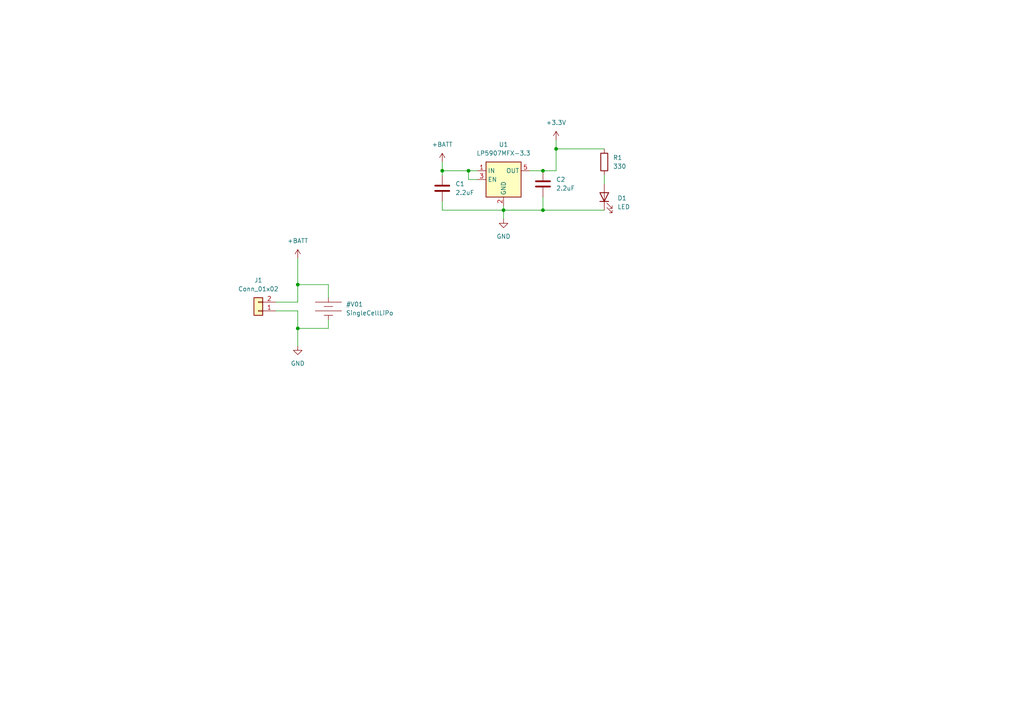
<source format=kicad_sch>
(kicad_sch (version 20230121) (generator eeschema)
  (paper "A4")
  (lib_symbols
    (symbol "Connector_Generic:Conn_01x02" (pin_names (offset 1.016) hide)
      (property "Reference" "J" (at 0 2.54 0))
      (property "Value" "Conn_01x02" (at 0 -5.08 0))
      (symbol "Conn_01x02_1_1"
        (rectangle (start -1.27 -2.413) (end 0 -2.667) (stroke (width 0.1524)))
        (rectangle (start -1.27 0.127) (end 0 -0.127) (stroke (width 0.1524)))
        (rectangle (start -1.27 1.27) (end 1.27 -3.81) (stroke (width 0.254)) (fill (type background)))
        (pin passive line (at -5.08 0 0) (length 3.81) (name "Pin_1") (number "1"))
        (pin passive line (at -5.08 -2.54 0) (length 3.81) (name "Pin_2") (number "2"))
      )
    )
    (symbol "Device:C" (pin_numbers hide) (pin_names (offset 0.254))
      (property "Reference" "C" (at 0.635 2.54 0))
      (property "Value" "C" (at 0.635 -2.54 0))
      (symbol "C_0_1"
        (polyline (pts (xy -2.032 -0.762) (xy 2.032 -0.762)) (stroke (width 0.508)))
        (polyline (pts (xy -2.032 0.762) (xy 2.032 0.762)) (stroke (width 0.508)))
      )
      (symbol "C_1_1"
        (pin passive line (at 0 3.81 270) (length 2.794) (name "~") (number "1"))
        (pin passive line (at 0 -3.81 90) (length 2.794) (name "~") (number "2"))
      )
    )
    (symbol "Device:LED" (pin_numbers hide) (pin_names (offset 1.016) hide)
      (property "Reference" "D" (at 0 2.54 0))
      (property "Value" "LED" (at 0 -2.54 0))
      (symbol "LED_0_1"
        (polyline (pts (xy -1.27 -1.27) (xy -1.27 1.27)) (stroke (width 0.254)))
        (polyline (pts (xy -1.27 0) (xy 1.27 0)))
        (polyline (pts (xy 1.27 -1.27) (xy 1.27 1.27) (xy -1.27 0) (xy 1.27 -1.27)) (stroke (width 0.254)))
        (polyline (pts (xy -3.048 -0.762) (xy -4.572 -2.286) (xy -3.81 -2.286) (xy -4.572 -2.286) (xy -4.572 -1.524)))
        (polyline (pts (xy -1.778 -0.762) (xy -3.302 -2.286) (xy -2.54 -2.286) (xy -3.302 -2.286) (xy -3.302 -1.524)))
      )
      (symbol "LED_1_1"
        (pin passive line (at -3.81 0 0) (length 2.54) (name "K") (number "1"))
        (pin passive line (at 3.81 0 180) (length 2.54) (name "A") (number "2"))
      )
    )
    (symbol "Device:R" (pin_numbers hide) (pin_names (offset 0))
      (property "Reference" "R" (at 2.032 0 90))
      (property "Value" "R" (at 0 0 90))
      (symbol "R_0_1"
        (rectangle (start -1.016 -2.54) (end 1.016 2.54) (stroke (width 0.254)))
      )
      (symbol "R_1_1"
        (pin passive line (at 0 3.81 270) (length 1.27) (name "~") (number "1"))
        (pin passive line (at 0 -3.81 90) (length 1.27) (name "~") (number "2"))
      )
    )
    (symbol "Regulator_Linear:LP5907MFX-3.3"
      (property "Reference" "U" (at -3.81 6.35 0))
      (property "Value" "LP5907MFX-3.3" (at 6.35 6.35 0))
      (symbol "LP5907MFX-3.3_0_1"
        (rectangle (start -5.08 -5.08) (end 5.08 5.08) (stroke (width 0.254)) (fill (type background)))
        (pin power_in line (at -7.62 2.54 0) (length 2.54) (name "IN") (number "1"))
        (pin power_in line (at 0 -7.62 90) (length 2.54) (name "GND") (number "2"))
        (pin input line (at -7.62 0 0) (length 2.54) (name "EN") (number "3"))
        (pin no_connect line (at 5.08 0 180) (length 2.54) hide (name "NC") (number "4"))
        (pin power_out line (at 7.62 2.54 180) (length 2.54) (name "OUT") (number "5"))
      )
    )
    (symbol "minimouse:SingleCellLiPo" (power) (pin_numbers hide) (pin_names hide) (in_bom no) (on_board no)
      (property "Reference" "V" (at 1.8796 0.3048 0))
      (property "Value" "SingleCellLiPo" (at -11.43 1.27 0))
      (symbol "SingleCellLiPo_0_1"
        (polyline (pts (xy -3.81 0) (xy 3.81 0)))
        (polyline (pts (xy -3.81 2.54) (xy 3.81 2.54)))
        (polyline (pts (xy -1.27 -1.27) (xy 1.27 -1.27)))
        (polyline (pts (xy -1.27 1.27) (xy 1.27 1.27)))
      )
      (symbol "SingleCellLiPo_1_1"
        (pin power_out line (at 0 -2.54 90) (length 1.27) (name "+") (number ""))
        (pin power_out line (at 0 3.81 270) (length 1.27) (name "+") (number ""))
      )
    )
    (symbol "power:+3.3V" (power) (pin_names (offset 0))
      (property "Value" "+3.3V" (at 0 3.556 0))
      (symbol "+3.3V_0_1"
        (polyline (pts (xy -0.762 1.27) (xy 0 2.54)))
        (polyline (pts (xy 0 0) (xy 0 2.54)))
        (polyline (pts (xy 0 2.54) (xy 0.762 1.27)))
      )
      (symbol "+3.3V_1_1"
        (pin power_in line (at 0 0 90) (length 0) hide (name "+3.3V") (number "1"))
      )
    )
    (symbol "power:+BATT" (power) (pin_names (offset 0))
      (property "Value" "+BATT" (at 0 3.556 0))
      (symbol "+BATT_0_1"
        (polyline (pts (xy -0.762 1.27) (xy 0 2.54)))
        (polyline (pts (xy 0 0) (xy 0 2.54)))
        (polyline (pts (xy 0 2.54) (xy 0.762 1.27)))
      )
      (symbol "+BATT_1_1"
        (pin power_in line (at 0 0 90) (length 0) hide (name "+BATT") (number "1"))
      )
    )
    (symbol "power:GND" (power) (pin_names (offset 0))
      (property "Value" "GND" (at 0 -3.81 0))
      (symbol "GND_0_1"
        (polyline (pts (xy 0 0) (xy 0 -1.27) (xy 1.27 -1.27) (xy 0 -2.54) (xy -1.27 -1.27) (xy 0 -1.27)))
      )
      (symbol "GND_1_1"
        (pin power_in line (at 0 0 270) (length 0) hide (name "GND") (number "1"))
      )
    )
  )
  (junction (at 86.36 82.55))
  (junction (at 128.27 49.53))
  (junction (at 161.29 43.18))
  (junction (at 86.36 95.25))
  (junction (at 135.89 49.53))
  (junction (at 157.48 49.53))
  (junction (at 157.48 60.96))
  (junction (at 146.05 60.96))
  (wire (pts (xy 86.36 90.17) (xy 86.36 95.25)))
  (wire (pts (xy 138.43 52.07) (xy 135.89 52.07)))
  (wire (pts (xy 128.27 49.53) (xy 128.27 46.99)))
  (wire (pts (xy 146.05 60.96) (xy 146.05 59.69)))
  (wire (pts (xy 95.25 82.55) (xy 86.36 82.55)))
  (wire (pts (xy 86.36 74.93) (xy 86.36 82.55)))
  (wire (pts (xy 95.25 86.36) (xy 95.25 82.55)))
  (wire (pts (xy 161.29 49.53) (xy 157.48 49.53)))
  (wire (pts (xy 135.89 52.07) (xy 135.89 49.53)))
  (wire (pts (xy 161.29 43.18) (xy 175.26 43.18)))
  (wire (pts (xy 161.29 40.64) (xy 161.29 43.18)))
  (wire (pts (xy 146.05 60.96) (xy 157.48 60.96)))
  (wire (pts (xy 161.29 43.18) (xy 161.29 49.53)))
  (wire (pts (xy 95.25 92.71) (xy 95.25 95.25)))
  (wire (pts (xy 146.05 63.5) (xy 146.05 60.96)))
  (wire (pts (xy 138.43 49.53) (xy 135.89 49.53)))
  (wire (pts (xy 80.01 87.63) (xy 86.36 87.63)))
  (wire (pts (xy 157.48 60.96) (xy 175.26 60.96)))
  (wire (pts (xy 157.48 57.15) (xy 157.48 60.96)))
  (wire (pts (xy 153.67 49.53) (xy 157.48 49.53)))
  (wire (pts (xy 86.36 95.25) (xy 86.36 100.33)))
  (wire (pts (xy 95.25 95.25) (xy 86.36 95.25)))
  (wire (pts (xy 135.89 49.53) (xy 128.27 49.53)))
  (wire (pts (xy 86.36 82.55) (xy 86.36 87.63)))
  (wire (pts (xy 128.27 49.53) (xy 128.27 50.8)))
  (wire (pts (xy 128.27 60.96) (xy 146.05 60.96)))
  (wire (pts (xy 128.27 58.42) (xy 128.27 60.96)))
  (wire (pts (xy 175.26 50.8) (xy 175.26 53.34)))
  (wire (pts (xy 80.01 90.17) (xy 86.36 90.17)))
  (symbol (lib_id "power:+BATT") (at 128.27 46.99 0) (unit 1)
    (property "Reference" "#PWR03" (effects hide))
    (property "Value" "+BATT" (at 128.27 41.91 0))
  )
  (symbol (lib_id "Regulator_Linear:LP5907MFX-3.3") (at 146.05 52.07 0) (unit 1)
    (property "Reference" "U1" (at 146.05 41.91 0))
    (property "Value" "LP5907MFX-3.3" (at 146.05 44.45 0))
    (property "Footprint" "Package_TO_SOT_SMD:SOT-23-5" (effects hide))
    (property "Datasheet" "http://www.ti.com/lit/ds/symlink/lp5907.pdf" (effects hide))
  )
  (symbol (lib_id "power:+BATT") (at 86.36 74.93 0) (unit 1)
    (property "Reference" "#PWR01" (effects hide))
    (property "Value" "+BATT" (at 86.36 69.85 0))
  )
  (symbol (lib_id "Device:R") (at 175.26 46.99 0) (unit 1)
    (property "Reference" "R1" (at 177.8 45.72 0) (effects (justify left)))
    (property "Value" "330" (at 177.8 48.26 0) (effects (justify left)))
    (property "Footprint" "Resistor_SMD:R_0603_1608Metric" (effects hide))
  )
  (symbol (lib_id "minimouse:SingleCellLiPo") (at 95.25 90.17 0) (unit 1) (in_bom no) (on_board no)
    (property "Reference" "#V01" (at 100.33 88.265 0) (effects (justify left)))
    (property "Value" "SingleCellLiPo" (at 100.33 90.805 0) (effects (justify left)))
  )
  (symbol (lib_id "power:GND") (at 146.05 63.5 0) (unit 1)
    (property "Reference" "#PWR04" (effects hide))
    (property "Value" "GND" (at 146.05 68.58 0))
  )
  (symbol (lib_id "Device:LED") (at 175.26 57.15 90) (unit 1)
    (property "Reference" "D1" (at 179.07 57.4675 90) (effects (justify right)))
    (property "Value" "LED" (at 179.07 60.0075 90) (effects (justify right)))
    (property "Footprint" "LED_SMD:LED_0603_1608Metric" (effects hide))
  )
  (symbol (lib_id "Device:C") (at 128.27 54.61 0) (unit 1)
    (property "Reference" "C1" (at 132.08 53.34 0) (effects (justify left)))
    (property "Value" "2.2uF" (at 132.08 55.88 0) (effects (justify left)))
    (property "Footprint" "Capacitor_SMD:C_0603_1608Metric" (effects hide))
  )
  (symbol (lib_id "power:+3.3V") (at 161.29 40.64 0) (unit 1)
    (property "Reference" "#PWR05" (effects hide))
    (property "Value" "+3.3V" (at 161.29 35.56 0))
  )
  (symbol (lib_id "Device:C") (at 157.48 53.34 0) (unit 1)
    (property "Reference" "C2" (at 161.29 52.07 0) (effects (justify left)))
    (property "Value" "2.2uF" (at 161.29 54.61 0) (effects (justify left)))
    (property "Footprint" "Capacitor_SMD:C_0603_1608Metric" (effects hide))
  )
  (symbol (lib_id "Connector_Generic:Conn_01x02") (at 74.93 90.17 180) (unit 1)
    (property "Reference" "J1" (at 74.93 81.28 0))
    (property "Value" "Conn_01x02" (at 74.93 83.82 0))
    (property "Footprint" "Connector_PinHeader_2.54mm:PinHeader_1x02_P2.54mm_Vertical" (effects hide))
  )
  (symbol (lib_id "power:GND") (at 86.36 100.33 0) (unit 1)
    (property "Reference" "#PWR02" (effects hide))
    (property "Value" "GND" (at 86.36 105.41 0))
  )
)
</source>
